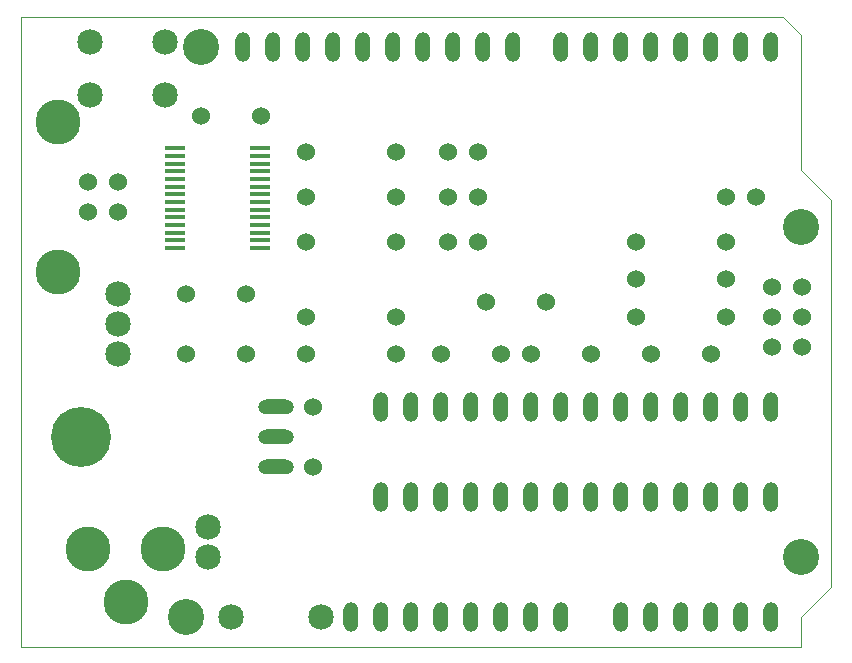
<source format=gts>
G04 (created by PCBNEW (2013-03-31 BZR 4008)-stable) date 04/02/2015 13:54:46*
%MOIN*%
G04 Gerber Fmt 3.4, Leading zero omitted, Abs format*
%FSLAX34Y34*%
G01*
G70*
G90*
G04 APERTURE LIST*
%ADD10C,0*%
%ADD11C,0.00393701*%
%ADD12R,0.065X0.015*%
%ADD13C,0.06*%
%ADD14C,0.085*%
%ADD15C,0.12*%
%ADD16C,0.15*%
%ADD17O,0.05X0.1*%
%ADD18O,0.12X0.05*%
%ADD19C,0.2*%
G04 APERTURE END LIST*
G54D10*
G54D11*
X34000Y-34000D02*
X34000Y-55000D01*
X59400Y-34000D02*
X34000Y-34000D01*
X60000Y-34600D02*
X59400Y-34000D01*
X60000Y-39100D02*
X60000Y-34600D01*
X61000Y-40100D02*
X60000Y-39100D01*
X61000Y-53000D02*
X61000Y-40100D01*
X60000Y-54000D02*
X61000Y-53000D01*
X60000Y-55000D02*
X60000Y-54000D01*
X34000Y-55000D02*
X60000Y-55000D01*
G54D12*
X39153Y-40944D03*
X39153Y-41200D03*
X39153Y-41456D03*
X39153Y-41712D03*
X39153Y-40688D03*
X39153Y-40433D03*
X39153Y-40177D03*
X39153Y-39921D03*
X39153Y-39665D03*
X39153Y-39409D03*
X39153Y-38897D03*
X39153Y-39153D03*
X39153Y-38641D03*
X39153Y-38385D03*
X41968Y-39409D03*
X41968Y-39665D03*
X41968Y-39921D03*
X41968Y-40177D03*
X41968Y-40433D03*
X41968Y-40688D03*
X41968Y-41712D03*
X41968Y-41456D03*
X41968Y-41200D03*
X41968Y-40944D03*
X41968Y-39153D03*
X41968Y-38897D03*
X41968Y-38641D03*
X41968Y-38385D03*
G54D13*
X57500Y-42750D03*
X54500Y-42750D03*
X43500Y-41500D03*
X46500Y-41500D03*
X43500Y-40000D03*
X46500Y-40000D03*
X57500Y-41500D03*
X54500Y-41500D03*
X43500Y-45250D03*
X46500Y-45250D03*
X43500Y-44000D03*
X46500Y-44000D03*
X54500Y-44000D03*
X57500Y-44000D03*
G54D14*
X41000Y-54000D03*
X44000Y-54000D03*
G54D13*
X51500Y-43500D03*
X49500Y-43500D03*
X51000Y-45250D03*
X53000Y-45250D03*
X50000Y-45250D03*
X48000Y-45250D03*
X39500Y-43250D03*
X39500Y-45250D03*
X55000Y-45250D03*
X57000Y-45250D03*
X40000Y-37300D03*
X42000Y-37300D03*
X43750Y-49000D03*
X43750Y-47000D03*
G54D15*
X60000Y-52000D03*
X40000Y-35000D03*
X39500Y-54000D03*
X60000Y-41000D03*
G54D16*
X35250Y-42500D03*
X35250Y-37500D03*
G54D13*
X37250Y-40500D03*
X37250Y-39500D03*
X36250Y-39500D03*
X36250Y-40500D03*
G54D16*
X37500Y-53500D03*
X36250Y-51750D03*
X38750Y-51750D03*
G54D13*
X60050Y-45000D03*
X59050Y-45000D03*
X59050Y-44000D03*
X60050Y-44000D03*
X60050Y-43000D03*
X59050Y-43000D03*
G54D17*
X44400Y-35000D03*
X43400Y-35000D03*
X41400Y-35000D03*
X42400Y-35000D03*
X46400Y-35000D03*
X45400Y-35000D03*
X47400Y-35000D03*
X48400Y-35000D03*
X50400Y-35000D03*
X49400Y-35000D03*
G54D14*
X37250Y-43250D03*
X37250Y-45250D03*
X37250Y-44250D03*
G54D13*
X46500Y-38500D03*
X43500Y-38500D03*
G54D17*
X53000Y-35000D03*
X52000Y-35000D03*
X55000Y-35000D03*
X54000Y-35000D03*
X56000Y-35000D03*
X57000Y-35000D03*
X59000Y-35000D03*
X58000Y-35000D03*
X46000Y-54000D03*
X45000Y-54000D03*
X48000Y-54000D03*
X47000Y-54000D03*
X49000Y-54000D03*
X50000Y-54000D03*
X52000Y-54000D03*
X51000Y-54000D03*
X55000Y-54000D03*
X54000Y-54000D03*
X56000Y-54000D03*
X57000Y-54000D03*
X59000Y-54000D03*
X58000Y-54000D03*
G54D13*
X41500Y-45250D03*
X41500Y-43250D03*
G54D14*
X40250Y-51000D03*
X40250Y-52000D03*
G54D13*
X48250Y-38500D03*
X49250Y-38500D03*
X49250Y-40000D03*
X48250Y-40000D03*
X49250Y-41500D03*
X48250Y-41500D03*
X57500Y-40000D03*
X58500Y-40000D03*
G54D17*
X56000Y-50000D03*
X57000Y-50000D03*
X58000Y-50000D03*
X59000Y-50000D03*
X55000Y-50000D03*
X54000Y-50000D03*
X53000Y-50000D03*
X52000Y-50000D03*
X51000Y-50000D03*
X50000Y-50000D03*
X48000Y-50000D03*
X49000Y-50000D03*
X47000Y-50000D03*
X46000Y-50000D03*
X50000Y-47000D03*
X51000Y-47000D03*
X52000Y-47000D03*
X53000Y-47000D03*
X54000Y-47000D03*
X55000Y-47000D03*
X59000Y-47000D03*
X58000Y-47000D03*
X57000Y-47000D03*
X56000Y-47000D03*
X49000Y-47000D03*
X48000Y-47000D03*
X47000Y-47000D03*
X46000Y-47000D03*
G54D18*
X42500Y-47000D03*
X42500Y-48000D03*
X42500Y-49000D03*
G54D19*
X36000Y-48000D03*
G54D14*
X36300Y-34850D03*
X36300Y-36600D03*
X38800Y-36600D03*
X38800Y-34850D03*
M02*

</source>
